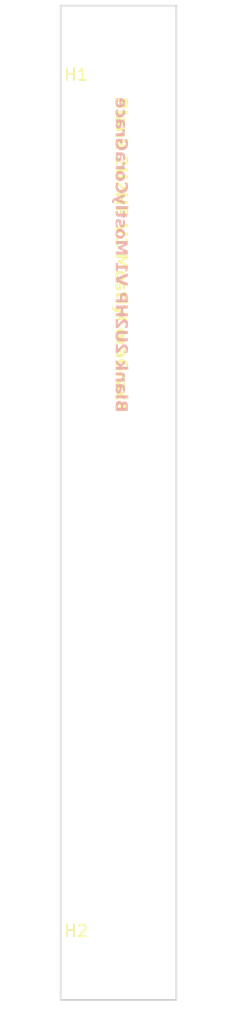
<source format=kicad_pcb>
(kicad_pcb (version 20240108) (generator "pcbnew") (generator_version "8.0")
  (layers (0 "F.Cu" signal) (31 "B.Cu" signal) (34 "B.Paste" user) (35 "F.Paste" user) (36 "B.SilkS" user "B.Silkscreen") (37 "F.SilkS" user "F.Silkscreen") (38 "B.Mask" user) (39 "F.Mask" user) (44 "Edge.Cuts" user))
  (net 0 "")
  (footprint "EXC:MountingHole_3.2mm_M3" (layer "F.Cu") (at 5.08 5.425)
    (property "Reference" "H1" (at -2.667 2.83 0) (layer "F.SilkS") (effects (justify right)))
    (property "Value" "Eurorack_M3_MountingHole")
    (pad "" np_thru_hole oval (at 0 0) (size 4.8 3.2) (drill oval 4.8 3.2) (layers "F&B.Cu" "*.Mask"))
  )
  (footprint "EXC:MountingHole_3.2mm_M3" (layer "F.Cu") (at 5.08 83.475)
    (property "Reference" "H2" (at -2.667 -2.83 0) (layer "F.SilkS") (effects (justify right)))
    (property "Value" "Eurorack_M3_MountingHole")
    (pad "" np_thru_hole oval (at 0 0) (size 4.8 3.2) (drill oval 4.8 3.2) (layers "F&B.Cu" "*.Mask"))
  )
  (gr_rect (start 0 2.425) (end 9.8 86.475) (stroke (width 0.15)) (fill none) (layer "Edge.Cuts"))
  (gr_text "Blank 2U2HP V1 MostlyCoraGrace" (at 5.08 10.16 270) (layer "B.SilkS") (effects (font (size 1 1) (thickness 0.25) (bold yes)) (justify right mirror)))
  (gr_text "Blank 2U2HP V1 MostlyCoraGrace" (at 5.08 10.16 270) (layer "F.SilkS") (effects (font (size 1 1) (thickness 0.25) (bold yes)) (justify left)))
)
</source>
